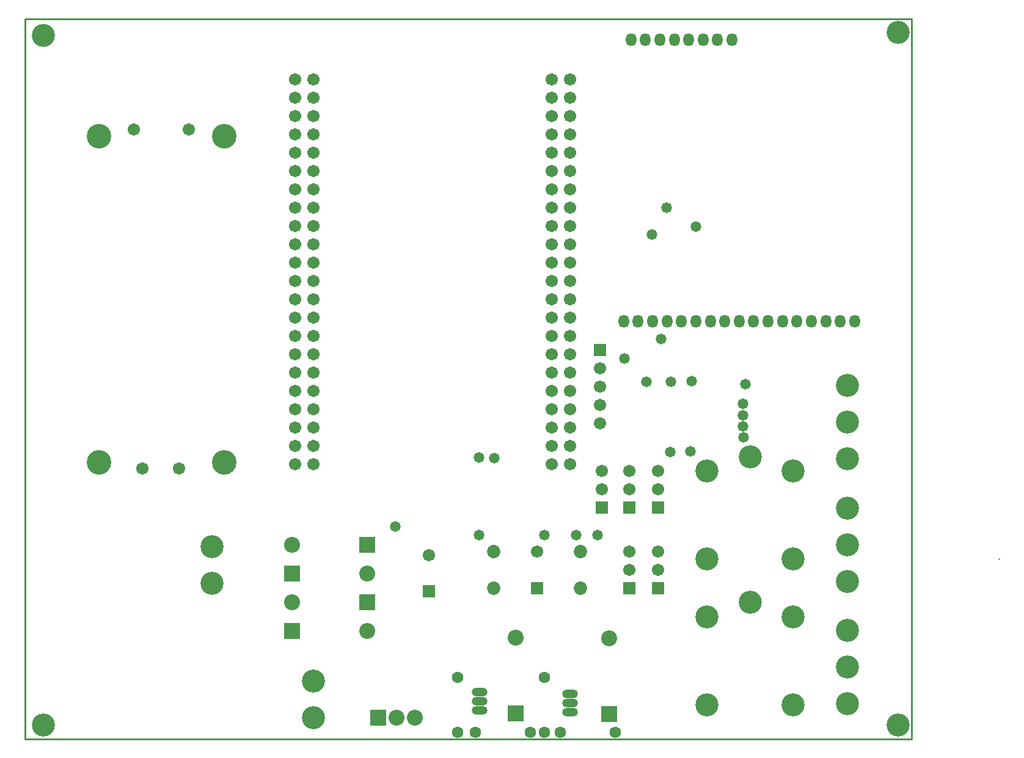
<source format=gbs>
G04*
G04 #@! TF.GenerationSoftware,Altium Limited,Altium Designer,19.0.4 (130)*
G04*
G04 Layer_Color=16711935*
%FSLAX25Y25*%
%MOIN*%
G70*
G01*
G75*
%ADD11C,0.01000*%
%ADD22C,0.06706*%
%ADD23C,0.12611*%
%ADD24C,0.06312*%
%ADD25C,0.08674*%
%ADD26R,0.08674X0.08674*%
%ADD27O,0.05800X0.07099*%
%ADD28R,0.06706X0.06706*%
%ADD29C,0.06706*%
%ADD30C,0.07296*%
%ADD31R,0.08674X0.08674*%
%ADD32O,0.08674X0.04737*%
%ADD33O,0.08674X0.04737*%
%ADD34C,0.13398*%
%ADD35C,0.05800*%
D11*
X-131500Y-500D02*
X346000D01*
X-137500D02*
X-131500D01*
X-137500D02*
X-137500Y-393500D01*
X346000D01*
Y-500D01*
X393701Y-295276D02*
X393701Y-295276D01*
D22*
X-53500Y-246000D02*
D03*
X-73500D02*
D03*
X-48264Y-60961D02*
D03*
X-78264D02*
D03*
X9685Y-33521D02*
D03*
Y-43523D02*
D03*
Y-53525D02*
D03*
Y-63526D02*
D03*
Y-73528D02*
D03*
Y-83530D02*
D03*
Y-93532D02*
D03*
Y-103534D02*
D03*
Y-113536D02*
D03*
Y-123538D02*
D03*
Y-133539D02*
D03*
Y-143541D02*
D03*
Y-153543D02*
D03*
Y-163545D02*
D03*
Y-173547D02*
D03*
Y-183549D02*
D03*
Y-193551D02*
D03*
Y-203553D02*
D03*
Y-213554D02*
D03*
Y-223556D02*
D03*
Y-233558D02*
D03*
Y-243560D02*
D03*
X19685Y-33521D02*
D03*
Y-43523D02*
D03*
Y-53525D02*
D03*
Y-63526D02*
D03*
Y-73528D02*
D03*
Y-83530D02*
D03*
Y-93532D02*
D03*
Y-103534D02*
D03*
Y-113536D02*
D03*
Y-123538D02*
D03*
Y-133540D02*
D03*
Y-143541D02*
D03*
Y-153543D02*
D03*
Y-163545D02*
D03*
Y-173547D02*
D03*
Y-183549D02*
D03*
Y-193551D02*
D03*
Y-203553D02*
D03*
Y-213555D02*
D03*
Y-223556D02*
D03*
Y-233558D02*
D03*
Y-243560D02*
D03*
X149606Y-33521D02*
D03*
Y-43523D02*
D03*
Y-53525D02*
D03*
Y-63526D02*
D03*
Y-73528D02*
D03*
Y-83530D02*
D03*
Y-93532D02*
D03*
Y-103534D02*
D03*
Y-113536D02*
D03*
Y-123538D02*
D03*
Y-133540D02*
D03*
Y-143541D02*
D03*
Y-153543D02*
D03*
Y-163545D02*
D03*
Y-173547D02*
D03*
Y-183549D02*
D03*
Y-193551D02*
D03*
Y-203553D02*
D03*
Y-213555D02*
D03*
Y-223556D02*
D03*
Y-233558D02*
D03*
Y-243560D02*
D03*
X159606Y-33521D02*
D03*
Y-43523D02*
D03*
Y-53525D02*
D03*
Y-63527D02*
D03*
Y-73528D02*
D03*
Y-83530D02*
D03*
Y-93532D02*
D03*
Y-103534D02*
D03*
Y-113536D02*
D03*
Y-123538D02*
D03*
Y-133540D02*
D03*
Y-143541D02*
D03*
Y-153543D02*
D03*
Y-163545D02*
D03*
Y-173547D02*
D03*
Y-183549D02*
D03*
Y-193551D02*
D03*
Y-203553D02*
D03*
Y-213555D02*
D03*
Y-223556D02*
D03*
Y-233558D02*
D03*
Y-243560D02*
D03*
X141732Y-291339D02*
D03*
X175957Y-191102D02*
D03*
Y-201102D02*
D03*
Y-211102D02*
D03*
Y-221102D02*
D03*
X207677Y-257047D02*
D03*
Y-247047D02*
D03*
X177165Y-257047D02*
D03*
Y-247047D02*
D03*
X191929Y-257047D02*
D03*
Y-247047D02*
D03*
Y-301024D02*
D03*
Y-291024D02*
D03*
X207677Y-301024D02*
D03*
Y-291024D02*
D03*
D23*
X-35500Y-288500D02*
D03*
Y-308480D02*
D03*
X311024Y-220472D02*
D03*
Y-240472D02*
D03*
Y-200472D02*
D03*
Y-287402D02*
D03*
Y-267402D02*
D03*
Y-307402D02*
D03*
Y-354331D02*
D03*
Y-334331D02*
D03*
Y-374331D02*
D03*
X257874Y-318898D02*
D03*
X281496Y-326772D02*
D03*
X234252D02*
D03*
X281496Y-374803D02*
D03*
X234252D02*
D03*
X257874Y-239370D02*
D03*
X281496Y-247244D02*
D03*
X234252D02*
D03*
X281496Y-295276D02*
D03*
X234252D02*
D03*
X19685Y-381890D02*
D03*
Y-361910D02*
D03*
X338700Y-386000D02*
D03*
Y-8000D02*
D03*
X-127500Y-386000D02*
D03*
Y-9500D02*
D03*
D24*
X145669Y-359803D02*
D03*
Y-389803D02*
D03*
X154291Y-389764D02*
D03*
X184291D02*
D03*
X98425Y-359803D02*
D03*
Y-389803D02*
D03*
X108110Y-389764D02*
D03*
X138110D02*
D03*
D25*
X49055Y-334646D02*
D03*
X7874Y-318898D02*
D03*
X49055Y-303150D02*
D03*
X7874Y-287402D02*
D03*
X75118Y-381890D02*
D03*
X65118D02*
D03*
X181102Y-338583D02*
D03*
X129921Y-338287D02*
D03*
D26*
X7874Y-334646D02*
D03*
X49055Y-318898D02*
D03*
X7874Y-303150D02*
D03*
X49055Y-287402D02*
D03*
X55118Y-381890D02*
D03*
D27*
X188976Y-165354D02*
D03*
X196850Y-165354D02*
D03*
X204724D02*
D03*
X212598D02*
D03*
X220472D02*
D03*
X228346D02*
D03*
X236221D02*
D03*
X244094D02*
D03*
X251969D02*
D03*
X259842D02*
D03*
X267717D02*
D03*
X275590D02*
D03*
X283465D02*
D03*
X291339D02*
D03*
X299213D02*
D03*
X307087D02*
D03*
X314961D02*
D03*
X248031Y-11811D02*
D03*
X240158D02*
D03*
X232283D02*
D03*
X224410D02*
D03*
X216535D02*
D03*
X208661D02*
D03*
X200787D02*
D03*
X192913D02*
D03*
D28*
X141732Y-311024D02*
D03*
X82677Y-312992D02*
D03*
X175957Y-181102D02*
D03*
X207677Y-267047D02*
D03*
X177165D02*
D03*
X191929D02*
D03*
Y-311024D02*
D03*
X207677D02*
D03*
D29*
X82677Y-293307D02*
D03*
D30*
X165354Y-311339D02*
D03*
Y-291339D02*
D03*
X118110Y-311024D02*
D03*
Y-291024D02*
D03*
D31*
X181102Y-379764D02*
D03*
X129921Y-379468D02*
D03*
D32*
X159606Y-369016D02*
D03*
Y-374016D02*
D03*
X110236Y-367953D02*
D03*
Y-372953D02*
D03*
D33*
X159606Y-379016D02*
D03*
X110236Y-377953D02*
D03*
D34*
X-97398Y-242457D02*
D03*
X-28894D02*
D03*
Y-64504D02*
D03*
X-97398D02*
D03*
D35*
X212466Y-103666D02*
D03*
X228300Y-114000D02*
D03*
X204200Y-118300D02*
D03*
X189400Y-185700D02*
D03*
X201500Y-198400D02*
D03*
X118400Y-240200D02*
D03*
X163100Y-282100D02*
D03*
X145669D02*
D03*
X174800D02*
D03*
X110100Y-239900D02*
D03*
Y-282100D02*
D03*
X209400Y-175200D02*
D03*
X226100Y-198200D02*
D03*
X214800Y-198500D02*
D03*
X225500Y-236500D02*
D03*
X214400Y-236800D02*
D03*
X64400Y-277600D02*
D03*
X254300Y-228700D02*
D03*
X254100Y-222700D02*
D03*
X254000Y-216700D02*
D03*
X253937Y-210630D02*
D03*
X255288Y-199803D02*
D03*
M02*

</source>
